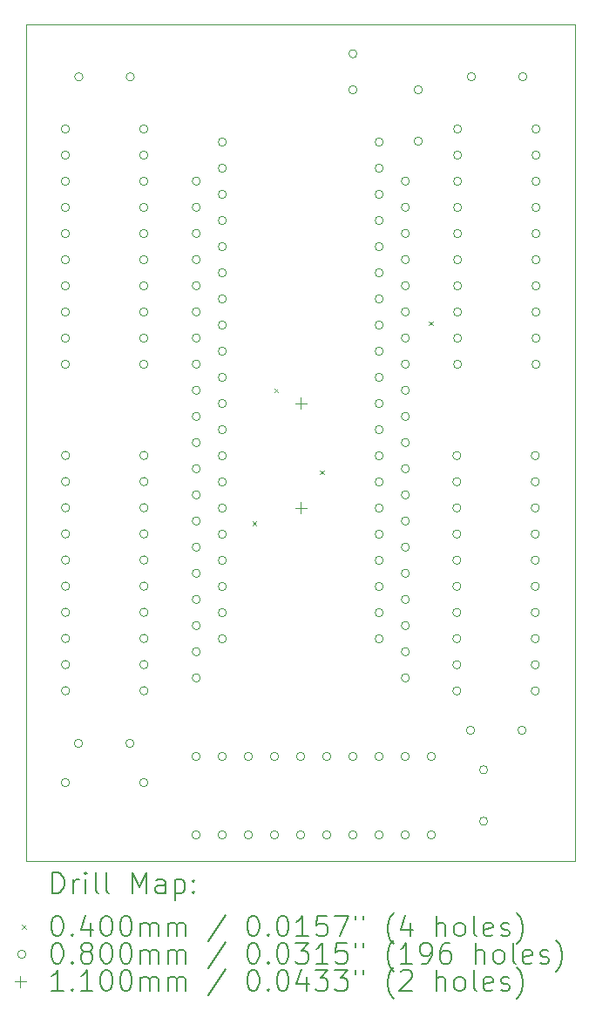
<source format=gbr>
%TF.GenerationSoftware,KiCad,Pcbnew,(6.0.9)*%
%TF.CreationDate,2024-02-12T22:17:18+01:00*%
%TF.ProjectId,Sombrero_MSX_Goa'uld,536f6d62-7265-4726-9f5f-4d53585f476f,rev?*%
%TF.SameCoordinates,Original*%
%TF.FileFunction,Drillmap*%
%TF.FilePolarity,Positive*%
%FSLAX45Y45*%
G04 Gerber Fmt 4.5, Leading zero omitted, Abs format (unit mm)*
G04 Created by KiCad (PCBNEW (6.0.9)) date 2024-02-12 22:17:18*
%MOMM*%
%LPD*%
G01*
G04 APERTURE LIST*
%ADD10C,0.050000*%
%ADD11C,0.200000*%
%ADD12C,0.040000*%
%ADD13C,0.080000*%
%ADD14C,0.110000*%
G04 APERTURE END LIST*
D10*
X12065000Y-6477000D02*
X17399000Y-6477000D01*
X17399000Y-6477000D02*
X17399000Y-14605000D01*
X17399000Y-14605000D02*
X12065000Y-14605000D01*
X12065000Y-14605000D02*
X12065000Y-6477000D01*
D11*
D12*
X14262980Y-11306790D02*
X14302980Y-11346790D01*
X14302980Y-11306790D02*
X14262980Y-11346790D01*
X14475280Y-10014520D02*
X14515280Y-10054520D01*
X14515280Y-10014520D02*
X14475280Y-10054520D01*
X14921300Y-10809370D02*
X14961300Y-10849370D01*
X14961300Y-10809370D02*
X14921300Y-10849370D01*
X15977250Y-9361720D02*
X16017250Y-9401720D01*
X16017250Y-9361720D02*
X15977250Y-9401720D01*
D13*
X12485500Y-7493500D02*
G75*
G03*
X12485500Y-7493500I-40000J0D01*
G01*
X12485500Y-7747500D02*
G75*
G03*
X12485500Y-7747500I-40000J0D01*
G01*
X12485500Y-8001500D02*
G75*
G03*
X12485500Y-8001500I-40000J0D01*
G01*
X12485500Y-8255500D02*
G75*
G03*
X12485500Y-8255500I-40000J0D01*
G01*
X12485500Y-8509500D02*
G75*
G03*
X12485500Y-8509500I-40000J0D01*
G01*
X12485500Y-8763500D02*
G75*
G03*
X12485500Y-8763500I-40000J0D01*
G01*
X12485500Y-9017500D02*
G75*
G03*
X12485500Y-9017500I-40000J0D01*
G01*
X12485500Y-9271500D02*
G75*
G03*
X12485500Y-9271500I-40000J0D01*
G01*
X12485500Y-9525500D02*
G75*
G03*
X12485500Y-9525500I-40000J0D01*
G01*
X12485500Y-9779500D02*
G75*
G03*
X12485500Y-9779500I-40000J0D01*
G01*
X12486000Y-13843000D02*
G75*
G03*
X12486000Y-13843000I-40000J0D01*
G01*
X12487500Y-10665500D02*
G75*
G03*
X12487500Y-10665500I-40000J0D01*
G01*
X12487500Y-10919500D02*
G75*
G03*
X12487500Y-10919500I-40000J0D01*
G01*
X12487500Y-11173500D02*
G75*
G03*
X12487500Y-11173500I-40000J0D01*
G01*
X12487500Y-11427500D02*
G75*
G03*
X12487500Y-11427500I-40000J0D01*
G01*
X12487500Y-11681500D02*
G75*
G03*
X12487500Y-11681500I-40000J0D01*
G01*
X12487500Y-11935500D02*
G75*
G03*
X12487500Y-11935500I-40000J0D01*
G01*
X12487500Y-12189500D02*
G75*
G03*
X12487500Y-12189500I-40000J0D01*
G01*
X12487500Y-12443500D02*
G75*
G03*
X12487500Y-12443500I-40000J0D01*
G01*
X12487500Y-12697500D02*
G75*
G03*
X12487500Y-12697500I-40000J0D01*
G01*
X12487500Y-12951500D02*
G75*
G03*
X12487500Y-12951500I-40000J0D01*
G01*
X12613000Y-13462000D02*
G75*
G03*
X12613000Y-13462000I-40000J0D01*
G01*
X12616500Y-6986500D02*
G75*
G03*
X12616500Y-6986500I-40000J0D01*
G01*
X13113000Y-13462000D02*
G75*
G03*
X13113000Y-13462000I-40000J0D01*
G01*
X13116500Y-6986500D02*
G75*
G03*
X13116500Y-6986500I-40000J0D01*
G01*
X13247500Y-7493500D02*
G75*
G03*
X13247500Y-7493500I-40000J0D01*
G01*
X13247500Y-7747500D02*
G75*
G03*
X13247500Y-7747500I-40000J0D01*
G01*
X13247500Y-8001500D02*
G75*
G03*
X13247500Y-8001500I-40000J0D01*
G01*
X13247500Y-8255500D02*
G75*
G03*
X13247500Y-8255500I-40000J0D01*
G01*
X13247500Y-8509500D02*
G75*
G03*
X13247500Y-8509500I-40000J0D01*
G01*
X13247500Y-8763500D02*
G75*
G03*
X13247500Y-8763500I-40000J0D01*
G01*
X13247500Y-9017500D02*
G75*
G03*
X13247500Y-9017500I-40000J0D01*
G01*
X13247500Y-9271500D02*
G75*
G03*
X13247500Y-9271500I-40000J0D01*
G01*
X13247500Y-9525500D02*
G75*
G03*
X13247500Y-9525500I-40000J0D01*
G01*
X13247500Y-9779500D02*
G75*
G03*
X13247500Y-9779500I-40000J0D01*
G01*
X13248000Y-13843000D02*
G75*
G03*
X13248000Y-13843000I-40000J0D01*
G01*
X13249500Y-10665500D02*
G75*
G03*
X13249500Y-10665500I-40000J0D01*
G01*
X13249500Y-10919500D02*
G75*
G03*
X13249500Y-10919500I-40000J0D01*
G01*
X13249500Y-11173500D02*
G75*
G03*
X13249500Y-11173500I-40000J0D01*
G01*
X13249500Y-11427500D02*
G75*
G03*
X13249500Y-11427500I-40000J0D01*
G01*
X13249500Y-11681500D02*
G75*
G03*
X13249500Y-11681500I-40000J0D01*
G01*
X13249500Y-11935500D02*
G75*
G03*
X13249500Y-11935500I-40000J0D01*
G01*
X13249500Y-12189500D02*
G75*
G03*
X13249500Y-12189500I-40000J0D01*
G01*
X13249500Y-12443500D02*
G75*
G03*
X13249500Y-12443500I-40000J0D01*
G01*
X13249500Y-12697500D02*
G75*
G03*
X13249500Y-12697500I-40000J0D01*
G01*
X13249500Y-12951500D02*
G75*
G03*
X13249500Y-12951500I-40000J0D01*
G01*
X13756000Y-13589000D02*
G75*
G03*
X13756000Y-13589000I-40000J0D01*
G01*
X13756000Y-14351000D02*
G75*
G03*
X13756000Y-14351000I-40000J0D01*
G01*
X13757500Y-8000500D02*
G75*
G03*
X13757500Y-8000500I-40000J0D01*
G01*
X13757500Y-8254500D02*
G75*
G03*
X13757500Y-8254500I-40000J0D01*
G01*
X13757500Y-8508500D02*
G75*
G03*
X13757500Y-8508500I-40000J0D01*
G01*
X13757500Y-8762500D02*
G75*
G03*
X13757500Y-8762500I-40000J0D01*
G01*
X13757500Y-9016500D02*
G75*
G03*
X13757500Y-9016500I-40000J0D01*
G01*
X13757500Y-9270500D02*
G75*
G03*
X13757500Y-9270500I-40000J0D01*
G01*
X13757500Y-9524500D02*
G75*
G03*
X13757500Y-9524500I-40000J0D01*
G01*
X13757500Y-9778500D02*
G75*
G03*
X13757500Y-9778500I-40000J0D01*
G01*
X13757500Y-10032500D02*
G75*
G03*
X13757500Y-10032500I-40000J0D01*
G01*
X13757500Y-10286500D02*
G75*
G03*
X13757500Y-10286500I-40000J0D01*
G01*
X13757500Y-10540500D02*
G75*
G03*
X13757500Y-10540500I-40000J0D01*
G01*
X13757500Y-10794500D02*
G75*
G03*
X13757500Y-10794500I-40000J0D01*
G01*
X13757500Y-11048500D02*
G75*
G03*
X13757500Y-11048500I-40000J0D01*
G01*
X13757500Y-11302500D02*
G75*
G03*
X13757500Y-11302500I-40000J0D01*
G01*
X13757500Y-11556500D02*
G75*
G03*
X13757500Y-11556500I-40000J0D01*
G01*
X13757500Y-11810500D02*
G75*
G03*
X13757500Y-11810500I-40000J0D01*
G01*
X13757500Y-12064500D02*
G75*
G03*
X13757500Y-12064500I-40000J0D01*
G01*
X13757500Y-12318500D02*
G75*
G03*
X13757500Y-12318500I-40000J0D01*
G01*
X13757500Y-12572500D02*
G75*
G03*
X13757500Y-12572500I-40000J0D01*
G01*
X13757500Y-12826500D02*
G75*
G03*
X13757500Y-12826500I-40000J0D01*
G01*
X14010000Y-13589000D02*
G75*
G03*
X14010000Y-13589000I-40000J0D01*
G01*
X14010000Y-14351000D02*
G75*
G03*
X14010000Y-14351000I-40000J0D01*
G01*
X14011000Y-7620000D02*
G75*
G03*
X14011000Y-7620000I-40000J0D01*
G01*
X14011000Y-7874000D02*
G75*
G03*
X14011000Y-7874000I-40000J0D01*
G01*
X14011000Y-8128000D02*
G75*
G03*
X14011000Y-8128000I-40000J0D01*
G01*
X14011000Y-8382000D02*
G75*
G03*
X14011000Y-8382000I-40000J0D01*
G01*
X14011000Y-8636000D02*
G75*
G03*
X14011000Y-8636000I-40000J0D01*
G01*
X14011000Y-8890000D02*
G75*
G03*
X14011000Y-8890000I-40000J0D01*
G01*
X14011000Y-9144000D02*
G75*
G03*
X14011000Y-9144000I-40000J0D01*
G01*
X14011000Y-9398000D02*
G75*
G03*
X14011000Y-9398000I-40000J0D01*
G01*
X14011000Y-9652000D02*
G75*
G03*
X14011000Y-9652000I-40000J0D01*
G01*
X14011000Y-9906000D02*
G75*
G03*
X14011000Y-9906000I-40000J0D01*
G01*
X14011000Y-10160000D02*
G75*
G03*
X14011000Y-10160000I-40000J0D01*
G01*
X14011000Y-10414000D02*
G75*
G03*
X14011000Y-10414000I-40000J0D01*
G01*
X14011000Y-10668000D02*
G75*
G03*
X14011000Y-10668000I-40000J0D01*
G01*
X14011000Y-10922000D02*
G75*
G03*
X14011000Y-10922000I-40000J0D01*
G01*
X14011000Y-11176000D02*
G75*
G03*
X14011000Y-11176000I-40000J0D01*
G01*
X14011000Y-11430000D02*
G75*
G03*
X14011000Y-11430000I-40000J0D01*
G01*
X14011000Y-11684000D02*
G75*
G03*
X14011000Y-11684000I-40000J0D01*
G01*
X14011000Y-11938000D02*
G75*
G03*
X14011000Y-11938000I-40000J0D01*
G01*
X14011000Y-12192000D02*
G75*
G03*
X14011000Y-12192000I-40000J0D01*
G01*
X14011000Y-12446000D02*
G75*
G03*
X14011000Y-12446000I-40000J0D01*
G01*
X14264000Y-13589000D02*
G75*
G03*
X14264000Y-13589000I-40000J0D01*
G01*
X14264000Y-14351000D02*
G75*
G03*
X14264000Y-14351000I-40000J0D01*
G01*
X14518000Y-13589000D02*
G75*
G03*
X14518000Y-13589000I-40000J0D01*
G01*
X14518000Y-14351000D02*
G75*
G03*
X14518000Y-14351000I-40000J0D01*
G01*
X14772000Y-13589000D02*
G75*
G03*
X14772000Y-13589000I-40000J0D01*
G01*
X14772000Y-14351000D02*
G75*
G03*
X14772000Y-14351000I-40000J0D01*
G01*
X15026000Y-13589000D02*
G75*
G03*
X15026000Y-13589000I-40000J0D01*
G01*
X15026000Y-14351000D02*
G75*
G03*
X15026000Y-14351000I-40000J0D01*
G01*
X15280000Y-6762000D02*
G75*
G03*
X15280000Y-6762000I-40000J0D01*
G01*
X15280000Y-7112000D02*
G75*
G03*
X15280000Y-7112000I-40000J0D01*
G01*
X15280000Y-13589000D02*
G75*
G03*
X15280000Y-13589000I-40000J0D01*
G01*
X15280000Y-14351000D02*
G75*
G03*
X15280000Y-14351000I-40000J0D01*
G01*
X15534000Y-13589000D02*
G75*
G03*
X15534000Y-13589000I-40000J0D01*
G01*
X15534000Y-14351000D02*
G75*
G03*
X15534000Y-14351000I-40000J0D01*
G01*
X15535000Y-7620000D02*
G75*
G03*
X15535000Y-7620000I-40000J0D01*
G01*
X15535000Y-7874000D02*
G75*
G03*
X15535000Y-7874000I-40000J0D01*
G01*
X15535000Y-8128000D02*
G75*
G03*
X15535000Y-8128000I-40000J0D01*
G01*
X15535000Y-8382000D02*
G75*
G03*
X15535000Y-8382000I-40000J0D01*
G01*
X15535000Y-8636000D02*
G75*
G03*
X15535000Y-8636000I-40000J0D01*
G01*
X15535000Y-8890000D02*
G75*
G03*
X15535000Y-8890000I-40000J0D01*
G01*
X15535000Y-9144000D02*
G75*
G03*
X15535000Y-9144000I-40000J0D01*
G01*
X15535000Y-9398000D02*
G75*
G03*
X15535000Y-9398000I-40000J0D01*
G01*
X15535000Y-9652000D02*
G75*
G03*
X15535000Y-9652000I-40000J0D01*
G01*
X15535000Y-9906000D02*
G75*
G03*
X15535000Y-9906000I-40000J0D01*
G01*
X15535000Y-10160000D02*
G75*
G03*
X15535000Y-10160000I-40000J0D01*
G01*
X15535000Y-10414000D02*
G75*
G03*
X15535000Y-10414000I-40000J0D01*
G01*
X15535000Y-10668000D02*
G75*
G03*
X15535000Y-10668000I-40000J0D01*
G01*
X15535000Y-10922000D02*
G75*
G03*
X15535000Y-10922000I-40000J0D01*
G01*
X15535000Y-11176000D02*
G75*
G03*
X15535000Y-11176000I-40000J0D01*
G01*
X15535000Y-11430000D02*
G75*
G03*
X15535000Y-11430000I-40000J0D01*
G01*
X15535000Y-11684000D02*
G75*
G03*
X15535000Y-11684000I-40000J0D01*
G01*
X15535000Y-11938000D02*
G75*
G03*
X15535000Y-11938000I-40000J0D01*
G01*
X15535000Y-12192000D02*
G75*
G03*
X15535000Y-12192000I-40000J0D01*
G01*
X15535000Y-12446000D02*
G75*
G03*
X15535000Y-12446000I-40000J0D01*
G01*
X15788000Y-13589000D02*
G75*
G03*
X15788000Y-13589000I-40000J0D01*
G01*
X15788000Y-14351000D02*
G75*
G03*
X15788000Y-14351000I-40000J0D01*
G01*
X15789500Y-8000500D02*
G75*
G03*
X15789500Y-8000500I-40000J0D01*
G01*
X15789500Y-8254500D02*
G75*
G03*
X15789500Y-8254500I-40000J0D01*
G01*
X15789500Y-8508500D02*
G75*
G03*
X15789500Y-8508500I-40000J0D01*
G01*
X15789500Y-8762500D02*
G75*
G03*
X15789500Y-8762500I-40000J0D01*
G01*
X15789500Y-9016500D02*
G75*
G03*
X15789500Y-9016500I-40000J0D01*
G01*
X15789500Y-9270500D02*
G75*
G03*
X15789500Y-9270500I-40000J0D01*
G01*
X15789500Y-9524500D02*
G75*
G03*
X15789500Y-9524500I-40000J0D01*
G01*
X15789500Y-9778500D02*
G75*
G03*
X15789500Y-9778500I-40000J0D01*
G01*
X15789500Y-10032500D02*
G75*
G03*
X15789500Y-10032500I-40000J0D01*
G01*
X15789500Y-10286500D02*
G75*
G03*
X15789500Y-10286500I-40000J0D01*
G01*
X15789500Y-10540500D02*
G75*
G03*
X15789500Y-10540500I-40000J0D01*
G01*
X15789500Y-10794500D02*
G75*
G03*
X15789500Y-10794500I-40000J0D01*
G01*
X15789500Y-11048500D02*
G75*
G03*
X15789500Y-11048500I-40000J0D01*
G01*
X15789500Y-11302500D02*
G75*
G03*
X15789500Y-11302500I-40000J0D01*
G01*
X15789500Y-11556500D02*
G75*
G03*
X15789500Y-11556500I-40000J0D01*
G01*
X15789500Y-11810500D02*
G75*
G03*
X15789500Y-11810500I-40000J0D01*
G01*
X15789500Y-12064500D02*
G75*
G03*
X15789500Y-12064500I-40000J0D01*
G01*
X15789500Y-12318500D02*
G75*
G03*
X15789500Y-12318500I-40000J0D01*
G01*
X15789500Y-12572500D02*
G75*
G03*
X15789500Y-12572500I-40000J0D01*
G01*
X15789500Y-12826500D02*
G75*
G03*
X15789500Y-12826500I-40000J0D01*
G01*
X15915000Y-7112000D02*
G75*
G03*
X15915000Y-7112000I-40000J0D01*
G01*
X15915000Y-7612000D02*
G75*
G03*
X15915000Y-7612000I-40000J0D01*
G01*
X16042000Y-13589000D02*
G75*
G03*
X16042000Y-13589000I-40000J0D01*
G01*
X16042000Y-14351000D02*
G75*
G03*
X16042000Y-14351000I-40000J0D01*
G01*
X16289500Y-10667500D02*
G75*
G03*
X16289500Y-10667500I-40000J0D01*
G01*
X16289500Y-10921500D02*
G75*
G03*
X16289500Y-10921500I-40000J0D01*
G01*
X16289500Y-11175500D02*
G75*
G03*
X16289500Y-11175500I-40000J0D01*
G01*
X16289500Y-11429500D02*
G75*
G03*
X16289500Y-11429500I-40000J0D01*
G01*
X16289500Y-11683500D02*
G75*
G03*
X16289500Y-11683500I-40000J0D01*
G01*
X16289500Y-11937500D02*
G75*
G03*
X16289500Y-11937500I-40000J0D01*
G01*
X16289500Y-12191500D02*
G75*
G03*
X16289500Y-12191500I-40000J0D01*
G01*
X16289500Y-12445500D02*
G75*
G03*
X16289500Y-12445500I-40000J0D01*
G01*
X16289500Y-12699500D02*
G75*
G03*
X16289500Y-12699500I-40000J0D01*
G01*
X16289500Y-12953500D02*
G75*
G03*
X16289500Y-12953500I-40000J0D01*
G01*
X16297000Y-7493500D02*
G75*
G03*
X16297000Y-7493500I-40000J0D01*
G01*
X16297000Y-7747500D02*
G75*
G03*
X16297000Y-7747500I-40000J0D01*
G01*
X16297000Y-8001500D02*
G75*
G03*
X16297000Y-8001500I-40000J0D01*
G01*
X16297000Y-8255500D02*
G75*
G03*
X16297000Y-8255500I-40000J0D01*
G01*
X16297000Y-8509500D02*
G75*
G03*
X16297000Y-8509500I-40000J0D01*
G01*
X16297000Y-8763500D02*
G75*
G03*
X16297000Y-8763500I-40000J0D01*
G01*
X16297000Y-9017500D02*
G75*
G03*
X16297000Y-9017500I-40000J0D01*
G01*
X16297000Y-9271500D02*
G75*
G03*
X16297000Y-9271500I-40000J0D01*
G01*
X16297000Y-9525500D02*
G75*
G03*
X16297000Y-9525500I-40000J0D01*
G01*
X16297000Y-9779500D02*
G75*
G03*
X16297000Y-9779500I-40000J0D01*
G01*
X16423000Y-13335000D02*
G75*
G03*
X16423000Y-13335000I-40000J0D01*
G01*
X16431000Y-6985500D02*
G75*
G03*
X16431000Y-6985500I-40000J0D01*
G01*
X16550000Y-13720000D02*
G75*
G03*
X16550000Y-13720000I-40000J0D01*
G01*
X16550000Y-14220000D02*
G75*
G03*
X16550000Y-14220000I-40000J0D01*
G01*
X16923000Y-13335000D02*
G75*
G03*
X16923000Y-13335000I-40000J0D01*
G01*
X16931000Y-6985500D02*
G75*
G03*
X16931000Y-6985500I-40000J0D01*
G01*
X17051500Y-10667500D02*
G75*
G03*
X17051500Y-10667500I-40000J0D01*
G01*
X17051500Y-10921500D02*
G75*
G03*
X17051500Y-10921500I-40000J0D01*
G01*
X17051500Y-11175500D02*
G75*
G03*
X17051500Y-11175500I-40000J0D01*
G01*
X17051500Y-11429500D02*
G75*
G03*
X17051500Y-11429500I-40000J0D01*
G01*
X17051500Y-11683500D02*
G75*
G03*
X17051500Y-11683500I-40000J0D01*
G01*
X17051500Y-11937500D02*
G75*
G03*
X17051500Y-11937500I-40000J0D01*
G01*
X17051500Y-12191500D02*
G75*
G03*
X17051500Y-12191500I-40000J0D01*
G01*
X17051500Y-12445500D02*
G75*
G03*
X17051500Y-12445500I-40000J0D01*
G01*
X17051500Y-12699500D02*
G75*
G03*
X17051500Y-12699500I-40000J0D01*
G01*
X17051500Y-12953500D02*
G75*
G03*
X17051500Y-12953500I-40000J0D01*
G01*
X17059000Y-7493500D02*
G75*
G03*
X17059000Y-7493500I-40000J0D01*
G01*
X17059000Y-7747500D02*
G75*
G03*
X17059000Y-7747500I-40000J0D01*
G01*
X17059000Y-8001500D02*
G75*
G03*
X17059000Y-8001500I-40000J0D01*
G01*
X17059000Y-8255500D02*
G75*
G03*
X17059000Y-8255500I-40000J0D01*
G01*
X17059000Y-8509500D02*
G75*
G03*
X17059000Y-8509500I-40000J0D01*
G01*
X17059000Y-8763500D02*
G75*
G03*
X17059000Y-8763500I-40000J0D01*
G01*
X17059000Y-9017500D02*
G75*
G03*
X17059000Y-9017500I-40000J0D01*
G01*
X17059000Y-9271500D02*
G75*
G03*
X17059000Y-9271500I-40000J0D01*
G01*
X17059000Y-9525500D02*
G75*
G03*
X17059000Y-9525500I-40000J0D01*
G01*
X17059000Y-9779500D02*
G75*
G03*
X17059000Y-9779500I-40000J0D01*
G01*
D14*
X14734000Y-10105000D02*
X14734000Y-10215000D01*
X14679000Y-10160000D02*
X14789000Y-10160000D01*
X14734000Y-11121000D02*
X14734000Y-11231000D01*
X14679000Y-11176000D02*
X14789000Y-11176000D01*
D11*
X12320119Y-14917976D02*
X12320119Y-14717976D01*
X12367738Y-14717976D01*
X12396309Y-14727500D01*
X12415357Y-14746548D01*
X12424881Y-14765595D01*
X12434405Y-14803690D01*
X12434405Y-14832262D01*
X12424881Y-14870357D01*
X12415357Y-14889405D01*
X12396309Y-14908452D01*
X12367738Y-14917976D01*
X12320119Y-14917976D01*
X12520119Y-14917976D02*
X12520119Y-14784643D01*
X12520119Y-14822738D02*
X12529643Y-14803690D01*
X12539167Y-14794167D01*
X12558214Y-14784643D01*
X12577262Y-14784643D01*
X12643928Y-14917976D02*
X12643928Y-14784643D01*
X12643928Y-14717976D02*
X12634405Y-14727500D01*
X12643928Y-14737024D01*
X12653452Y-14727500D01*
X12643928Y-14717976D01*
X12643928Y-14737024D01*
X12767738Y-14917976D02*
X12748690Y-14908452D01*
X12739167Y-14889405D01*
X12739167Y-14717976D01*
X12872500Y-14917976D02*
X12853452Y-14908452D01*
X12843928Y-14889405D01*
X12843928Y-14717976D01*
X13101071Y-14917976D02*
X13101071Y-14717976D01*
X13167738Y-14860833D01*
X13234405Y-14717976D01*
X13234405Y-14917976D01*
X13415357Y-14917976D02*
X13415357Y-14813214D01*
X13405833Y-14794167D01*
X13386786Y-14784643D01*
X13348690Y-14784643D01*
X13329643Y-14794167D01*
X13415357Y-14908452D02*
X13396309Y-14917976D01*
X13348690Y-14917976D01*
X13329643Y-14908452D01*
X13320119Y-14889405D01*
X13320119Y-14870357D01*
X13329643Y-14851309D01*
X13348690Y-14841786D01*
X13396309Y-14841786D01*
X13415357Y-14832262D01*
X13510595Y-14784643D02*
X13510595Y-14984643D01*
X13510595Y-14794167D02*
X13529643Y-14784643D01*
X13567738Y-14784643D01*
X13586786Y-14794167D01*
X13596309Y-14803690D01*
X13605833Y-14822738D01*
X13605833Y-14879881D01*
X13596309Y-14898928D01*
X13586786Y-14908452D01*
X13567738Y-14917976D01*
X13529643Y-14917976D01*
X13510595Y-14908452D01*
X13691548Y-14898928D02*
X13701071Y-14908452D01*
X13691548Y-14917976D01*
X13682024Y-14908452D01*
X13691548Y-14898928D01*
X13691548Y-14917976D01*
X13691548Y-14794167D02*
X13701071Y-14803690D01*
X13691548Y-14813214D01*
X13682024Y-14803690D01*
X13691548Y-14794167D01*
X13691548Y-14813214D01*
D12*
X12022500Y-15227500D02*
X12062500Y-15267500D01*
X12062500Y-15227500D02*
X12022500Y-15267500D01*
D11*
X12358214Y-15137976D02*
X12377262Y-15137976D01*
X12396309Y-15147500D01*
X12405833Y-15157024D01*
X12415357Y-15176071D01*
X12424881Y-15214167D01*
X12424881Y-15261786D01*
X12415357Y-15299881D01*
X12405833Y-15318928D01*
X12396309Y-15328452D01*
X12377262Y-15337976D01*
X12358214Y-15337976D01*
X12339167Y-15328452D01*
X12329643Y-15318928D01*
X12320119Y-15299881D01*
X12310595Y-15261786D01*
X12310595Y-15214167D01*
X12320119Y-15176071D01*
X12329643Y-15157024D01*
X12339167Y-15147500D01*
X12358214Y-15137976D01*
X12510595Y-15318928D02*
X12520119Y-15328452D01*
X12510595Y-15337976D01*
X12501071Y-15328452D01*
X12510595Y-15318928D01*
X12510595Y-15337976D01*
X12691548Y-15204643D02*
X12691548Y-15337976D01*
X12643928Y-15128452D02*
X12596309Y-15271309D01*
X12720119Y-15271309D01*
X12834405Y-15137976D02*
X12853452Y-15137976D01*
X12872500Y-15147500D01*
X12882024Y-15157024D01*
X12891548Y-15176071D01*
X12901071Y-15214167D01*
X12901071Y-15261786D01*
X12891548Y-15299881D01*
X12882024Y-15318928D01*
X12872500Y-15328452D01*
X12853452Y-15337976D01*
X12834405Y-15337976D01*
X12815357Y-15328452D01*
X12805833Y-15318928D01*
X12796309Y-15299881D01*
X12786786Y-15261786D01*
X12786786Y-15214167D01*
X12796309Y-15176071D01*
X12805833Y-15157024D01*
X12815357Y-15147500D01*
X12834405Y-15137976D01*
X13024881Y-15137976D02*
X13043928Y-15137976D01*
X13062976Y-15147500D01*
X13072500Y-15157024D01*
X13082024Y-15176071D01*
X13091548Y-15214167D01*
X13091548Y-15261786D01*
X13082024Y-15299881D01*
X13072500Y-15318928D01*
X13062976Y-15328452D01*
X13043928Y-15337976D01*
X13024881Y-15337976D01*
X13005833Y-15328452D01*
X12996309Y-15318928D01*
X12986786Y-15299881D01*
X12977262Y-15261786D01*
X12977262Y-15214167D01*
X12986786Y-15176071D01*
X12996309Y-15157024D01*
X13005833Y-15147500D01*
X13024881Y-15137976D01*
X13177262Y-15337976D02*
X13177262Y-15204643D01*
X13177262Y-15223690D02*
X13186786Y-15214167D01*
X13205833Y-15204643D01*
X13234405Y-15204643D01*
X13253452Y-15214167D01*
X13262976Y-15233214D01*
X13262976Y-15337976D01*
X13262976Y-15233214D02*
X13272500Y-15214167D01*
X13291548Y-15204643D01*
X13320119Y-15204643D01*
X13339167Y-15214167D01*
X13348690Y-15233214D01*
X13348690Y-15337976D01*
X13443928Y-15337976D02*
X13443928Y-15204643D01*
X13443928Y-15223690D02*
X13453452Y-15214167D01*
X13472500Y-15204643D01*
X13501071Y-15204643D01*
X13520119Y-15214167D01*
X13529643Y-15233214D01*
X13529643Y-15337976D01*
X13529643Y-15233214D02*
X13539167Y-15214167D01*
X13558214Y-15204643D01*
X13586786Y-15204643D01*
X13605833Y-15214167D01*
X13615357Y-15233214D01*
X13615357Y-15337976D01*
X14005833Y-15128452D02*
X13834405Y-15385595D01*
X14262976Y-15137976D02*
X14282024Y-15137976D01*
X14301071Y-15147500D01*
X14310595Y-15157024D01*
X14320119Y-15176071D01*
X14329643Y-15214167D01*
X14329643Y-15261786D01*
X14320119Y-15299881D01*
X14310595Y-15318928D01*
X14301071Y-15328452D01*
X14282024Y-15337976D01*
X14262976Y-15337976D01*
X14243928Y-15328452D01*
X14234405Y-15318928D01*
X14224881Y-15299881D01*
X14215357Y-15261786D01*
X14215357Y-15214167D01*
X14224881Y-15176071D01*
X14234405Y-15157024D01*
X14243928Y-15147500D01*
X14262976Y-15137976D01*
X14415357Y-15318928D02*
X14424881Y-15328452D01*
X14415357Y-15337976D01*
X14405833Y-15328452D01*
X14415357Y-15318928D01*
X14415357Y-15337976D01*
X14548690Y-15137976D02*
X14567738Y-15137976D01*
X14586786Y-15147500D01*
X14596309Y-15157024D01*
X14605833Y-15176071D01*
X14615357Y-15214167D01*
X14615357Y-15261786D01*
X14605833Y-15299881D01*
X14596309Y-15318928D01*
X14586786Y-15328452D01*
X14567738Y-15337976D01*
X14548690Y-15337976D01*
X14529643Y-15328452D01*
X14520119Y-15318928D01*
X14510595Y-15299881D01*
X14501071Y-15261786D01*
X14501071Y-15214167D01*
X14510595Y-15176071D01*
X14520119Y-15157024D01*
X14529643Y-15147500D01*
X14548690Y-15137976D01*
X14805833Y-15337976D02*
X14691548Y-15337976D01*
X14748690Y-15337976D02*
X14748690Y-15137976D01*
X14729643Y-15166548D01*
X14710595Y-15185595D01*
X14691548Y-15195119D01*
X14986786Y-15137976D02*
X14891548Y-15137976D01*
X14882024Y-15233214D01*
X14891548Y-15223690D01*
X14910595Y-15214167D01*
X14958214Y-15214167D01*
X14977262Y-15223690D01*
X14986786Y-15233214D01*
X14996309Y-15252262D01*
X14996309Y-15299881D01*
X14986786Y-15318928D01*
X14977262Y-15328452D01*
X14958214Y-15337976D01*
X14910595Y-15337976D01*
X14891548Y-15328452D01*
X14882024Y-15318928D01*
X15062976Y-15137976D02*
X15196309Y-15137976D01*
X15110595Y-15337976D01*
X15262976Y-15137976D02*
X15262976Y-15176071D01*
X15339167Y-15137976D02*
X15339167Y-15176071D01*
X15634405Y-15414167D02*
X15624881Y-15404643D01*
X15605833Y-15376071D01*
X15596309Y-15357024D01*
X15586786Y-15328452D01*
X15577262Y-15280833D01*
X15577262Y-15242738D01*
X15586786Y-15195119D01*
X15596309Y-15166548D01*
X15605833Y-15147500D01*
X15624881Y-15118928D01*
X15634405Y-15109405D01*
X15796309Y-15204643D02*
X15796309Y-15337976D01*
X15748690Y-15128452D02*
X15701071Y-15271309D01*
X15824881Y-15271309D01*
X16053452Y-15337976D02*
X16053452Y-15137976D01*
X16139167Y-15337976D02*
X16139167Y-15233214D01*
X16129643Y-15214167D01*
X16110595Y-15204643D01*
X16082024Y-15204643D01*
X16062976Y-15214167D01*
X16053452Y-15223690D01*
X16262976Y-15337976D02*
X16243928Y-15328452D01*
X16234405Y-15318928D01*
X16224881Y-15299881D01*
X16224881Y-15242738D01*
X16234405Y-15223690D01*
X16243928Y-15214167D01*
X16262976Y-15204643D01*
X16291548Y-15204643D01*
X16310595Y-15214167D01*
X16320119Y-15223690D01*
X16329643Y-15242738D01*
X16329643Y-15299881D01*
X16320119Y-15318928D01*
X16310595Y-15328452D01*
X16291548Y-15337976D01*
X16262976Y-15337976D01*
X16443928Y-15337976D02*
X16424881Y-15328452D01*
X16415357Y-15309405D01*
X16415357Y-15137976D01*
X16596309Y-15328452D02*
X16577262Y-15337976D01*
X16539167Y-15337976D01*
X16520119Y-15328452D01*
X16510595Y-15309405D01*
X16510595Y-15233214D01*
X16520119Y-15214167D01*
X16539167Y-15204643D01*
X16577262Y-15204643D01*
X16596309Y-15214167D01*
X16605833Y-15233214D01*
X16605833Y-15252262D01*
X16510595Y-15271309D01*
X16682024Y-15328452D02*
X16701071Y-15337976D01*
X16739167Y-15337976D01*
X16758214Y-15328452D01*
X16767738Y-15309405D01*
X16767738Y-15299881D01*
X16758214Y-15280833D01*
X16739167Y-15271309D01*
X16710595Y-15271309D01*
X16691548Y-15261786D01*
X16682024Y-15242738D01*
X16682024Y-15233214D01*
X16691548Y-15214167D01*
X16710595Y-15204643D01*
X16739167Y-15204643D01*
X16758214Y-15214167D01*
X16834405Y-15414167D02*
X16843929Y-15404643D01*
X16862976Y-15376071D01*
X16872500Y-15357024D01*
X16882024Y-15328452D01*
X16891548Y-15280833D01*
X16891548Y-15242738D01*
X16882024Y-15195119D01*
X16872500Y-15166548D01*
X16862976Y-15147500D01*
X16843929Y-15118928D01*
X16834405Y-15109405D01*
D13*
X12062500Y-15511500D02*
G75*
G03*
X12062500Y-15511500I-40000J0D01*
G01*
D11*
X12358214Y-15401976D02*
X12377262Y-15401976D01*
X12396309Y-15411500D01*
X12405833Y-15421024D01*
X12415357Y-15440071D01*
X12424881Y-15478167D01*
X12424881Y-15525786D01*
X12415357Y-15563881D01*
X12405833Y-15582928D01*
X12396309Y-15592452D01*
X12377262Y-15601976D01*
X12358214Y-15601976D01*
X12339167Y-15592452D01*
X12329643Y-15582928D01*
X12320119Y-15563881D01*
X12310595Y-15525786D01*
X12310595Y-15478167D01*
X12320119Y-15440071D01*
X12329643Y-15421024D01*
X12339167Y-15411500D01*
X12358214Y-15401976D01*
X12510595Y-15582928D02*
X12520119Y-15592452D01*
X12510595Y-15601976D01*
X12501071Y-15592452D01*
X12510595Y-15582928D01*
X12510595Y-15601976D01*
X12634405Y-15487690D02*
X12615357Y-15478167D01*
X12605833Y-15468643D01*
X12596309Y-15449595D01*
X12596309Y-15440071D01*
X12605833Y-15421024D01*
X12615357Y-15411500D01*
X12634405Y-15401976D01*
X12672500Y-15401976D01*
X12691548Y-15411500D01*
X12701071Y-15421024D01*
X12710595Y-15440071D01*
X12710595Y-15449595D01*
X12701071Y-15468643D01*
X12691548Y-15478167D01*
X12672500Y-15487690D01*
X12634405Y-15487690D01*
X12615357Y-15497214D01*
X12605833Y-15506738D01*
X12596309Y-15525786D01*
X12596309Y-15563881D01*
X12605833Y-15582928D01*
X12615357Y-15592452D01*
X12634405Y-15601976D01*
X12672500Y-15601976D01*
X12691548Y-15592452D01*
X12701071Y-15582928D01*
X12710595Y-15563881D01*
X12710595Y-15525786D01*
X12701071Y-15506738D01*
X12691548Y-15497214D01*
X12672500Y-15487690D01*
X12834405Y-15401976D02*
X12853452Y-15401976D01*
X12872500Y-15411500D01*
X12882024Y-15421024D01*
X12891548Y-15440071D01*
X12901071Y-15478167D01*
X12901071Y-15525786D01*
X12891548Y-15563881D01*
X12882024Y-15582928D01*
X12872500Y-15592452D01*
X12853452Y-15601976D01*
X12834405Y-15601976D01*
X12815357Y-15592452D01*
X12805833Y-15582928D01*
X12796309Y-15563881D01*
X12786786Y-15525786D01*
X12786786Y-15478167D01*
X12796309Y-15440071D01*
X12805833Y-15421024D01*
X12815357Y-15411500D01*
X12834405Y-15401976D01*
X13024881Y-15401976D02*
X13043928Y-15401976D01*
X13062976Y-15411500D01*
X13072500Y-15421024D01*
X13082024Y-15440071D01*
X13091548Y-15478167D01*
X13091548Y-15525786D01*
X13082024Y-15563881D01*
X13072500Y-15582928D01*
X13062976Y-15592452D01*
X13043928Y-15601976D01*
X13024881Y-15601976D01*
X13005833Y-15592452D01*
X12996309Y-15582928D01*
X12986786Y-15563881D01*
X12977262Y-15525786D01*
X12977262Y-15478167D01*
X12986786Y-15440071D01*
X12996309Y-15421024D01*
X13005833Y-15411500D01*
X13024881Y-15401976D01*
X13177262Y-15601976D02*
X13177262Y-15468643D01*
X13177262Y-15487690D02*
X13186786Y-15478167D01*
X13205833Y-15468643D01*
X13234405Y-15468643D01*
X13253452Y-15478167D01*
X13262976Y-15497214D01*
X13262976Y-15601976D01*
X13262976Y-15497214D02*
X13272500Y-15478167D01*
X13291548Y-15468643D01*
X13320119Y-15468643D01*
X13339167Y-15478167D01*
X13348690Y-15497214D01*
X13348690Y-15601976D01*
X13443928Y-15601976D02*
X13443928Y-15468643D01*
X13443928Y-15487690D02*
X13453452Y-15478167D01*
X13472500Y-15468643D01*
X13501071Y-15468643D01*
X13520119Y-15478167D01*
X13529643Y-15497214D01*
X13529643Y-15601976D01*
X13529643Y-15497214D02*
X13539167Y-15478167D01*
X13558214Y-15468643D01*
X13586786Y-15468643D01*
X13605833Y-15478167D01*
X13615357Y-15497214D01*
X13615357Y-15601976D01*
X14005833Y-15392452D02*
X13834405Y-15649595D01*
X14262976Y-15401976D02*
X14282024Y-15401976D01*
X14301071Y-15411500D01*
X14310595Y-15421024D01*
X14320119Y-15440071D01*
X14329643Y-15478167D01*
X14329643Y-15525786D01*
X14320119Y-15563881D01*
X14310595Y-15582928D01*
X14301071Y-15592452D01*
X14282024Y-15601976D01*
X14262976Y-15601976D01*
X14243928Y-15592452D01*
X14234405Y-15582928D01*
X14224881Y-15563881D01*
X14215357Y-15525786D01*
X14215357Y-15478167D01*
X14224881Y-15440071D01*
X14234405Y-15421024D01*
X14243928Y-15411500D01*
X14262976Y-15401976D01*
X14415357Y-15582928D02*
X14424881Y-15592452D01*
X14415357Y-15601976D01*
X14405833Y-15592452D01*
X14415357Y-15582928D01*
X14415357Y-15601976D01*
X14548690Y-15401976D02*
X14567738Y-15401976D01*
X14586786Y-15411500D01*
X14596309Y-15421024D01*
X14605833Y-15440071D01*
X14615357Y-15478167D01*
X14615357Y-15525786D01*
X14605833Y-15563881D01*
X14596309Y-15582928D01*
X14586786Y-15592452D01*
X14567738Y-15601976D01*
X14548690Y-15601976D01*
X14529643Y-15592452D01*
X14520119Y-15582928D01*
X14510595Y-15563881D01*
X14501071Y-15525786D01*
X14501071Y-15478167D01*
X14510595Y-15440071D01*
X14520119Y-15421024D01*
X14529643Y-15411500D01*
X14548690Y-15401976D01*
X14682024Y-15401976D02*
X14805833Y-15401976D01*
X14739167Y-15478167D01*
X14767738Y-15478167D01*
X14786786Y-15487690D01*
X14796309Y-15497214D01*
X14805833Y-15516262D01*
X14805833Y-15563881D01*
X14796309Y-15582928D01*
X14786786Y-15592452D01*
X14767738Y-15601976D01*
X14710595Y-15601976D01*
X14691548Y-15592452D01*
X14682024Y-15582928D01*
X14996309Y-15601976D02*
X14882024Y-15601976D01*
X14939167Y-15601976D02*
X14939167Y-15401976D01*
X14920119Y-15430548D01*
X14901071Y-15449595D01*
X14882024Y-15459119D01*
X15177262Y-15401976D02*
X15082024Y-15401976D01*
X15072500Y-15497214D01*
X15082024Y-15487690D01*
X15101071Y-15478167D01*
X15148690Y-15478167D01*
X15167738Y-15487690D01*
X15177262Y-15497214D01*
X15186786Y-15516262D01*
X15186786Y-15563881D01*
X15177262Y-15582928D01*
X15167738Y-15592452D01*
X15148690Y-15601976D01*
X15101071Y-15601976D01*
X15082024Y-15592452D01*
X15072500Y-15582928D01*
X15262976Y-15401976D02*
X15262976Y-15440071D01*
X15339167Y-15401976D02*
X15339167Y-15440071D01*
X15634405Y-15678167D02*
X15624881Y-15668643D01*
X15605833Y-15640071D01*
X15596309Y-15621024D01*
X15586786Y-15592452D01*
X15577262Y-15544833D01*
X15577262Y-15506738D01*
X15586786Y-15459119D01*
X15596309Y-15430548D01*
X15605833Y-15411500D01*
X15624881Y-15382928D01*
X15634405Y-15373405D01*
X15815357Y-15601976D02*
X15701071Y-15601976D01*
X15758214Y-15601976D02*
X15758214Y-15401976D01*
X15739167Y-15430548D01*
X15720119Y-15449595D01*
X15701071Y-15459119D01*
X15910595Y-15601976D02*
X15948690Y-15601976D01*
X15967738Y-15592452D01*
X15977262Y-15582928D01*
X15996309Y-15554357D01*
X16005833Y-15516262D01*
X16005833Y-15440071D01*
X15996309Y-15421024D01*
X15986786Y-15411500D01*
X15967738Y-15401976D01*
X15929643Y-15401976D01*
X15910595Y-15411500D01*
X15901071Y-15421024D01*
X15891548Y-15440071D01*
X15891548Y-15487690D01*
X15901071Y-15506738D01*
X15910595Y-15516262D01*
X15929643Y-15525786D01*
X15967738Y-15525786D01*
X15986786Y-15516262D01*
X15996309Y-15506738D01*
X16005833Y-15487690D01*
X16177262Y-15401976D02*
X16139167Y-15401976D01*
X16120119Y-15411500D01*
X16110595Y-15421024D01*
X16091548Y-15449595D01*
X16082024Y-15487690D01*
X16082024Y-15563881D01*
X16091548Y-15582928D01*
X16101071Y-15592452D01*
X16120119Y-15601976D01*
X16158214Y-15601976D01*
X16177262Y-15592452D01*
X16186786Y-15582928D01*
X16196309Y-15563881D01*
X16196309Y-15516262D01*
X16186786Y-15497214D01*
X16177262Y-15487690D01*
X16158214Y-15478167D01*
X16120119Y-15478167D01*
X16101071Y-15487690D01*
X16091548Y-15497214D01*
X16082024Y-15516262D01*
X16434405Y-15601976D02*
X16434405Y-15401976D01*
X16520119Y-15601976D02*
X16520119Y-15497214D01*
X16510595Y-15478167D01*
X16491548Y-15468643D01*
X16462976Y-15468643D01*
X16443928Y-15478167D01*
X16434405Y-15487690D01*
X16643928Y-15601976D02*
X16624881Y-15592452D01*
X16615357Y-15582928D01*
X16605833Y-15563881D01*
X16605833Y-15506738D01*
X16615357Y-15487690D01*
X16624881Y-15478167D01*
X16643928Y-15468643D01*
X16672500Y-15468643D01*
X16691548Y-15478167D01*
X16701071Y-15487690D01*
X16710595Y-15506738D01*
X16710595Y-15563881D01*
X16701071Y-15582928D01*
X16691548Y-15592452D01*
X16672500Y-15601976D01*
X16643928Y-15601976D01*
X16824881Y-15601976D02*
X16805833Y-15592452D01*
X16796310Y-15573405D01*
X16796310Y-15401976D01*
X16977262Y-15592452D02*
X16958214Y-15601976D01*
X16920119Y-15601976D01*
X16901071Y-15592452D01*
X16891548Y-15573405D01*
X16891548Y-15497214D01*
X16901071Y-15478167D01*
X16920119Y-15468643D01*
X16958214Y-15468643D01*
X16977262Y-15478167D01*
X16986786Y-15497214D01*
X16986786Y-15516262D01*
X16891548Y-15535309D01*
X17062976Y-15592452D02*
X17082024Y-15601976D01*
X17120119Y-15601976D01*
X17139167Y-15592452D01*
X17148690Y-15573405D01*
X17148690Y-15563881D01*
X17139167Y-15544833D01*
X17120119Y-15535309D01*
X17091548Y-15535309D01*
X17072500Y-15525786D01*
X17062976Y-15506738D01*
X17062976Y-15497214D01*
X17072500Y-15478167D01*
X17091548Y-15468643D01*
X17120119Y-15468643D01*
X17139167Y-15478167D01*
X17215357Y-15678167D02*
X17224881Y-15668643D01*
X17243929Y-15640071D01*
X17253452Y-15621024D01*
X17262976Y-15592452D01*
X17272500Y-15544833D01*
X17272500Y-15506738D01*
X17262976Y-15459119D01*
X17253452Y-15430548D01*
X17243929Y-15411500D01*
X17224881Y-15382928D01*
X17215357Y-15373405D01*
D14*
X12007500Y-15720500D02*
X12007500Y-15830500D01*
X11952500Y-15775500D02*
X12062500Y-15775500D01*
D11*
X12424881Y-15865976D02*
X12310595Y-15865976D01*
X12367738Y-15865976D02*
X12367738Y-15665976D01*
X12348690Y-15694548D01*
X12329643Y-15713595D01*
X12310595Y-15723119D01*
X12510595Y-15846928D02*
X12520119Y-15856452D01*
X12510595Y-15865976D01*
X12501071Y-15856452D01*
X12510595Y-15846928D01*
X12510595Y-15865976D01*
X12710595Y-15865976D02*
X12596309Y-15865976D01*
X12653452Y-15865976D02*
X12653452Y-15665976D01*
X12634405Y-15694548D01*
X12615357Y-15713595D01*
X12596309Y-15723119D01*
X12834405Y-15665976D02*
X12853452Y-15665976D01*
X12872500Y-15675500D01*
X12882024Y-15685024D01*
X12891548Y-15704071D01*
X12901071Y-15742167D01*
X12901071Y-15789786D01*
X12891548Y-15827881D01*
X12882024Y-15846928D01*
X12872500Y-15856452D01*
X12853452Y-15865976D01*
X12834405Y-15865976D01*
X12815357Y-15856452D01*
X12805833Y-15846928D01*
X12796309Y-15827881D01*
X12786786Y-15789786D01*
X12786786Y-15742167D01*
X12796309Y-15704071D01*
X12805833Y-15685024D01*
X12815357Y-15675500D01*
X12834405Y-15665976D01*
X13024881Y-15665976D02*
X13043928Y-15665976D01*
X13062976Y-15675500D01*
X13072500Y-15685024D01*
X13082024Y-15704071D01*
X13091548Y-15742167D01*
X13091548Y-15789786D01*
X13082024Y-15827881D01*
X13072500Y-15846928D01*
X13062976Y-15856452D01*
X13043928Y-15865976D01*
X13024881Y-15865976D01*
X13005833Y-15856452D01*
X12996309Y-15846928D01*
X12986786Y-15827881D01*
X12977262Y-15789786D01*
X12977262Y-15742167D01*
X12986786Y-15704071D01*
X12996309Y-15685024D01*
X13005833Y-15675500D01*
X13024881Y-15665976D01*
X13177262Y-15865976D02*
X13177262Y-15732643D01*
X13177262Y-15751690D02*
X13186786Y-15742167D01*
X13205833Y-15732643D01*
X13234405Y-15732643D01*
X13253452Y-15742167D01*
X13262976Y-15761214D01*
X13262976Y-15865976D01*
X13262976Y-15761214D02*
X13272500Y-15742167D01*
X13291548Y-15732643D01*
X13320119Y-15732643D01*
X13339167Y-15742167D01*
X13348690Y-15761214D01*
X13348690Y-15865976D01*
X13443928Y-15865976D02*
X13443928Y-15732643D01*
X13443928Y-15751690D02*
X13453452Y-15742167D01*
X13472500Y-15732643D01*
X13501071Y-15732643D01*
X13520119Y-15742167D01*
X13529643Y-15761214D01*
X13529643Y-15865976D01*
X13529643Y-15761214D02*
X13539167Y-15742167D01*
X13558214Y-15732643D01*
X13586786Y-15732643D01*
X13605833Y-15742167D01*
X13615357Y-15761214D01*
X13615357Y-15865976D01*
X14005833Y-15656452D02*
X13834405Y-15913595D01*
X14262976Y-15665976D02*
X14282024Y-15665976D01*
X14301071Y-15675500D01*
X14310595Y-15685024D01*
X14320119Y-15704071D01*
X14329643Y-15742167D01*
X14329643Y-15789786D01*
X14320119Y-15827881D01*
X14310595Y-15846928D01*
X14301071Y-15856452D01*
X14282024Y-15865976D01*
X14262976Y-15865976D01*
X14243928Y-15856452D01*
X14234405Y-15846928D01*
X14224881Y-15827881D01*
X14215357Y-15789786D01*
X14215357Y-15742167D01*
X14224881Y-15704071D01*
X14234405Y-15685024D01*
X14243928Y-15675500D01*
X14262976Y-15665976D01*
X14415357Y-15846928D02*
X14424881Y-15856452D01*
X14415357Y-15865976D01*
X14405833Y-15856452D01*
X14415357Y-15846928D01*
X14415357Y-15865976D01*
X14548690Y-15665976D02*
X14567738Y-15665976D01*
X14586786Y-15675500D01*
X14596309Y-15685024D01*
X14605833Y-15704071D01*
X14615357Y-15742167D01*
X14615357Y-15789786D01*
X14605833Y-15827881D01*
X14596309Y-15846928D01*
X14586786Y-15856452D01*
X14567738Y-15865976D01*
X14548690Y-15865976D01*
X14529643Y-15856452D01*
X14520119Y-15846928D01*
X14510595Y-15827881D01*
X14501071Y-15789786D01*
X14501071Y-15742167D01*
X14510595Y-15704071D01*
X14520119Y-15685024D01*
X14529643Y-15675500D01*
X14548690Y-15665976D01*
X14786786Y-15732643D02*
X14786786Y-15865976D01*
X14739167Y-15656452D02*
X14691548Y-15799309D01*
X14815357Y-15799309D01*
X14872500Y-15665976D02*
X14996309Y-15665976D01*
X14929643Y-15742167D01*
X14958214Y-15742167D01*
X14977262Y-15751690D01*
X14986786Y-15761214D01*
X14996309Y-15780262D01*
X14996309Y-15827881D01*
X14986786Y-15846928D01*
X14977262Y-15856452D01*
X14958214Y-15865976D01*
X14901071Y-15865976D01*
X14882024Y-15856452D01*
X14872500Y-15846928D01*
X15062976Y-15665976D02*
X15186786Y-15665976D01*
X15120119Y-15742167D01*
X15148690Y-15742167D01*
X15167738Y-15751690D01*
X15177262Y-15761214D01*
X15186786Y-15780262D01*
X15186786Y-15827881D01*
X15177262Y-15846928D01*
X15167738Y-15856452D01*
X15148690Y-15865976D01*
X15091548Y-15865976D01*
X15072500Y-15856452D01*
X15062976Y-15846928D01*
X15262976Y-15665976D02*
X15262976Y-15704071D01*
X15339167Y-15665976D02*
X15339167Y-15704071D01*
X15634405Y-15942167D02*
X15624881Y-15932643D01*
X15605833Y-15904071D01*
X15596309Y-15885024D01*
X15586786Y-15856452D01*
X15577262Y-15808833D01*
X15577262Y-15770738D01*
X15586786Y-15723119D01*
X15596309Y-15694548D01*
X15605833Y-15675500D01*
X15624881Y-15646928D01*
X15634405Y-15637405D01*
X15701071Y-15685024D02*
X15710595Y-15675500D01*
X15729643Y-15665976D01*
X15777262Y-15665976D01*
X15796309Y-15675500D01*
X15805833Y-15685024D01*
X15815357Y-15704071D01*
X15815357Y-15723119D01*
X15805833Y-15751690D01*
X15691548Y-15865976D01*
X15815357Y-15865976D01*
X16053452Y-15865976D02*
X16053452Y-15665976D01*
X16139167Y-15865976D02*
X16139167Y-15761214D01*
X16129643Y-15742167D01*
X16110595Y-15732643D01*
X16082024Y-15732643D01*
X16062976Y-15742167D01*
X16053452Y-15751690D01*
X16262976Y-15865976D02*
X16243928Y-15856452D01*
X16234405Y-15846928D01*
X16224881Y-15827881D01*
X16224881Y-15770738D01*
X16234405Y-15751690D01*
X16243928Y-15742167D01*
X16262976Y-15732643D01*
X16291548Y-15732643D01*
X16310595Y-15742167D01*
X16320119Y-15751690D01*
X16329643Y-15770738D01*
X16329643Y-15827881D01*
X16320119Y-15846928D01*
X16310595Y-15856452D01*
X16291548Y-15865976D01*
X16262976Y-15865976D01*
X16443928Y-15865976D02*
X16424881Y-15856452D01*
X16415357Y-15837405D01*
X16415357Y-15665976D01*
X16596309Y-15856452D02*
X16577262Y-15865976D01*
X16539167Y-15865976D01*
X16520119Y-15856452D01*
X16510595Y-15837405D01*
X16510595Y-15761214D01*
X16520119Y-15742167D01*
X16539167Y-15732643D01*
X16577262Y-15732643D01*
X16596309Y-15742167D01*
X16605833Y-15761214D01*
X16605833Y-15780262D01*
X16510595Y-15799309D01*
X16682024Y-15856452D02*
X16701071Y-15865976D01*
X16739167Y-15865976D01*
X16758214Y-15856452D01*
X16767738Y-15837405D01*
X16767738Y-15827881D01*
X16758214Y-15808833D01*
X16739167Y-15799309D01*
X16710595Y-15799309D01*
X16691548Y-15789786D01*
X16682024Y-15770738D01*
X16682024Y-15761214D01*
X16691548Y-15742167D01*
X16710595Y-15732643D01*
X16739167Y-15732643D01*
X16758214Y-15742167D01*
X16834405Y-15942167D02*
X16843929Y-15932643D01*
X16862976Y-15904071D01*
X16872500Y-15885024D01*
X16882024Y-15856452D01*
X16891548Y-15808833D01*
X16891548Y-15770738D01*
X16882024Y-15723119D01*
X16872500Y-15694548D01*
X16862976Y-15675500D01*
X16843929Y-15646928D01*
X16834405Y-15637405D01*
M02*

</source>
